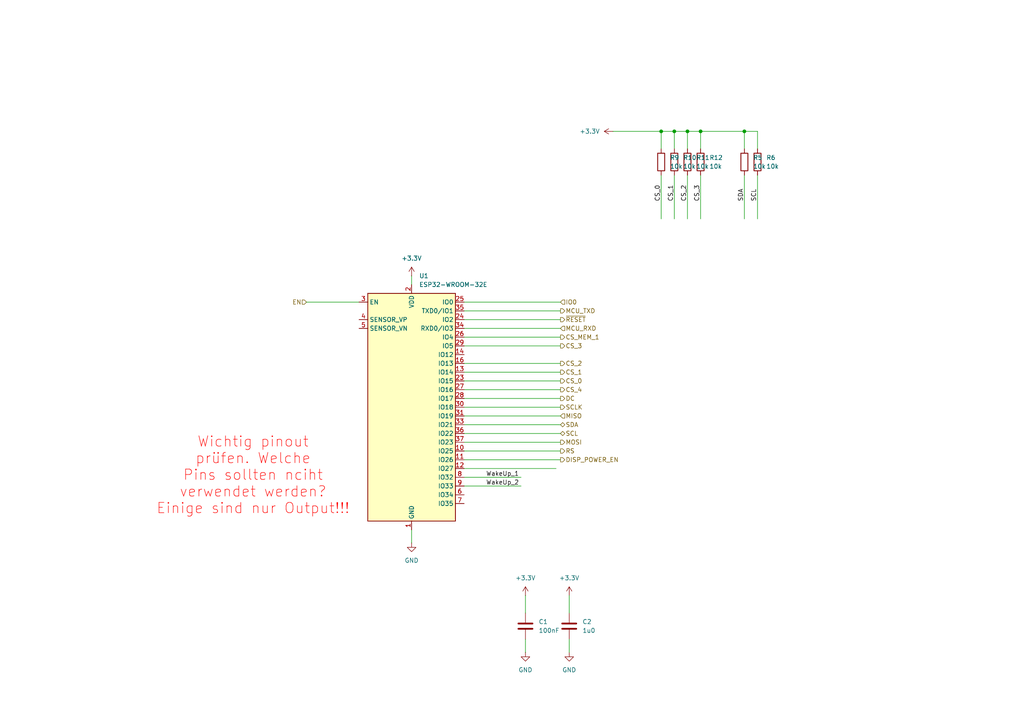
<source format=kicad_sch>
(kicad_sch (version 20231120) (generator "eeschema") (generator_version "8.0")
  (paper "A4")
  (lib_symbols
    (symbol "Device:C" (pin_numbers hide) (pin_names (offset 0.254))
      (property "Reference" "C" (at 0.635 2.54 0))
      (property "Value" "C" (at 0.635 -2.54 0))
      (symbol "C_0_1"
        (polyline (pts (xy -2.032 -0.762) (xy 2.032 -0.762)) (stroke (width 0.508)))
        (polyline (pts (xy -2.032 0.762) (xy 2.032 0.762)) (stroke (width 0.508)))
      )
      (symbol "C_1_1"
        (pin passive line (at 0 3.81 270) (length 2.794) (name "~") (number "1"))
        (pin passive line (at 0 -3.81 90) (length 2.794) (name "~") (number "2"))
      )
    )
    (symbol "Device:R" (pin_numbers hide) (pin_names (offset 0))
      (property "Reference" "R" (at 2.032 0 90))
      (property "Value" "R" (at 0 0 90))
      (symbol "R_0_1"
        (rectangle (start -1.016 -2.54) (end 1.016 2.54) (stroke (width 0.254)))
      )
      (symbol "R_1_1"
        (pin passive line (at 0 3.81 270) (length 1.27) (name "~") (number "1"))
        (pin passive line (at 0 -3.81 90) (length 1.27) (name "~") (number "2"))
      )
    )
    (symbol "RF_Module:ESP32-WROOM-32E"
      (property "Reference" "U" (at -12.7 34.29 0))
      (property "Value" "ESP32-WROOM-32E" (at 1.27 34.29 0))
      (symbol "ESP32-WROOM-32E_0_1"
        (rectangle (start -12.7 33.02) (end 12.7 -33.02) (stroke (width 0.254)) (fill (type background)))
      )
      (symbol "ESP32-WROOM-32E_1_1"
        (pin power_in line (at 0 -35.56 90) (length 2.54) (name "GND") (number "1"))
        (pin bidirectional line (at 15.24 -12.7 180) (length 2.54) (name "IO25") (number "10"))
        (pin bidirectional line (at 15.24 -15.24 180) (length 2.54) (name "IO26") (number "11"))
        (pin bidirectional line (at 15.24 -17.78 180) (length 2.54) (name "IO27") (number "12"))
        (pin bidirectional line (at 15.24 10.16 180) (length 2.54) (name "IO14") (number "13"))
        (pin bidirectional line (at 15.24 15.24 180) (length 2.54) (name "IO12") (number "14"))
        (pin passive line (at 0 -35.56 90) (length 2.54) hide (name "GND") (number "15"))
        (pin bidirectional line (at 15.24 12.7 180) (length 2.54) (name "IO13") (number "16"))
        (pin no_connect line (at -12.7 -5.08 0) (length 2.54) hide (name "NC") (number "17"))
        (pin no_connect line (at -12.7 -7.62 0) (length 2.54) hide (name "NC") (number "18"))
        (pin no_connect line (at -12.7 -12.7 0) (length 2.54) hide (name "NC") (number "19"))
        (pin power_in line (at 0 35.56 270) (length 2.54) (name "VDD") (number "2"))
        (pin no_connect line (at -12.7 -10.16 0) (length 2.54) hide (name "NC") (number "20"))
        (pin no_connect line (at -12.7 0 0) (length 2.54) hide (name "NC") (number "21"))
        (pin no_connect line (at -12.7 -2.54 0) (length 2.54) hide (name "NC") (number "22"))
        (pin bidirectional line (at 15.24 7.62 180) (length 2.54) (name "IO15") (number "23"))
        (pin bidirectional line (at 15.24 25.4 180) (length 2.54) (name "IO2") (number "24"))
        (pin bidirectional line (at 15.24 30.48 180) (length 2.54) (name "IO0") (number "25"))
        (pin bidirectional line (at 15.24 20.32 180) (length 2.54) (name "IO4") (number "26"))
        (pin bidirectional line (at 15.24 5.08 180) (length 2.54) (name "IO16") (number "27"))
        (pin bidirectional line (at 15.24 2.54 180) (length 2.54) (name "IO17") (number "28"))
        (pin bidirectional line (at 15.24 17.78 180) (length 2.54) (name "IO5") (number "29"))
        (pin input line (at -15.24 30.48 0) (length 2.54) (name "EN") (number "3"))
        (pin bidirectional line (at 15.24 0 180) (length 2.54) (name "IO18") (number "30"))
        (pin bidirectional line (at 15.24 -2.54 180) (length 2.54) (name "IO19") (number "31"))
        (pin no_connect line (at -12.7 -27.94 0) (length 2.54) hide (name "NC") (number "32"))
        (pin bidirectional line (at 15.24 -5.08 180) (length 2.54) (name "IO21") (number "33"))
        (pin bidirectional line (at 15.24 22.86 180) (length 2.54) (name "RXD0/IO3") (number "34"))
        (pin bidirectional line (at 15.24 27.94 180) (length 2.54) (name "TXD0/IO1") (number "35"))
        (pin bidirectional line (at 15.24 -7.62 180) (length 2.54) (name "IO22") (number "36"))
        (pin bidirectional line (at 15.24 -10.16 180) (length 2.54) (name "IO23") (number "37"))
        (pin passive line (at 0 -35.56 90) (length 2.54) hide (name "GND") (number "38"))
        (pin passive line (at 0 -35.56 90) (length 2.54) hide (name "GND") (number "39"))
        (pin input line (at -15.24 25.4 0) (length 2.54) (name "SENSOR_VP") (number "4"))
        (pin input line (at -15.24 22.86 0) (length 2.54) (name "SENSOR_VN") (number "5"))
        (pin input line (at 15.24 -25.4 180) (length 2.54) (name "IO34") (number "6"))
        (pin input line (at 15.24 -27.94 180) (length 2.54) (name "IO35") (number "7"))
        (pin bidirectional line (at 15.24 -20.32 180) (length 2.54) (name "IO32") (number "8"))
        (pin bidirectional line (at 15.24 -22.86 180) (length 2.54) (name "IO33") (number "9"))
      )
    )
    (symbol "power:+3.3V" (power) (pin_numbers hide) (pin_names (offset 0) hide)
      (property "Value" "+3.3V" (at 0 3.556 0))
      (symbol "+3.3V_0_1"
        (polyline (pts (xy -0.762 1.27) (xy 0 2.54)))
        (polyline (pts (xy 0 0) (xy 0 2.54)))
        (polyline (pts (xy 0 2.54) (xy 0.762 1.27)))
      )
      (symbol "+3.3V_1_1"
        (pin power_in line (at 0 0 90) (length 0) (name "~") (number "1"))
      )
    )
    (symbol "power:GND" (power) (pin_numbers hide) (pin_names (offset 0) hide)
      (property "Value" "GND" (at 0 -3.81 0))
      (symbol "GND_0_1"
        (polyline (pts (xy 0 0) (xy 0 -1.27) (xy 1.27 -1.27) (xy 0 -2.54) (xy -1.27 -1.27) (xy 0 -1.27)))
      )
      (symbol "GND_1_1"
        (pin power_in line (at 0 0 270) (length 0) (name "~") (number "1"))
      )
    )
  )
  (junction (at 203.2 38.1))
  (junction (at 191.77 38.1))
  (junction (at 195.58 38.1))
  (junction (at 199.39 38.1))
  (junction (at 215.9 38.1))
  (wire (pts (xy 195.58 50.8) (xy 195.58 63.5)))
  (wire (pts (xy 191.77 38.1) (xy 191.77 43.18)))
  (wire (pts (xy 152.4 185.42) (xy 152.4 189.23)))
  (wire (pts (xy 134.62 92.71) (xy 162.56 92.71)))
  (wire (pts (xy 134.62 123.19) (xy 162.56 123.19)))
  (wire (pts (xy 119.38 80.01) (xy 119.38 82.55)))
  (wire (pts (xy 134.62 135.89) (xy 161.29 135.89)))
  (wire (pts (xy 219.71 50.8) (xy 219.71 63.5)))
  (wire (pts (xy 199.39 38.1) (xy 199.39 43.18)))
  (wire (pts (xy 134.62 128.27) (xy 162.56 128.27)))
  (wire (pts (xy 134.62 140.97) (xy 151.13 140.97)))
  (wire (pts (xy 134.62 97.79) (xy 162.56 97.79)))
  (wire (pts (xy 199.39 38.1) (xy 203.2 38.1)))
  (wire (pts (xy 134.62 118.11) (xy 162.56 118.11)))
  (wire (pts (xy 177.8 38.1) (xy 191.77 38.1)))
  (wire (pts (xy 203.2 50.8) (xy 203.2 63.5)))
  (wire (pts (xy 134.62 90.17) (xy 162.56 90.17)))
  (wire (pts (xy 195.58 38.1) (xy 195.58 43.18)))
  (wire (pts (xy 134.62 95.25) (xy 162.56 95.25)))
  (wire (pts (xy 203.2 38.1) (xy 203.2 43.18)))
  (wire (pts (xy 203.2 38.1) (xy 215.9 38.1)))
  (wire (pts (xy 215.9 50.8) (xy 215.9 63.5)))
  (wire (pts (xy 165.1 185.42) (xy 165.1 189.23)))
  (wire (pts (xy 152.4 172.72) (xy 152.4 177.8)))
  (wire (pts (xy 88.9 87.63) (xy 104.14 87.63)))
  (wire (pts (xy 215.9 38.1) (xy 219.71 38.1)))
  (wire (pts (xy 134.62 105.41) (xy 162.56 105.41)))
  (wire (pts (xy 134.62 115.57) (xy 162.56 115.57)))
  (wire (pts (xy 119.38 157.48) (xy 119.38 153.67)))
  (wire (pts (xy 165.1 172.72) (xy 165.1 177.8)))
  (wire (pts (xy 134.62 130.81) (xy 162.56 130.81)))
  (wire (pts (xy 134.62 87.63) (xy 162.56 87.63)))
  (wire (pts (xy 134.62 120.65) (xy 162.56 120.65)))
  (wire (pts (xy 134.62 110.49) (xy 162.56 110.49)))
  (wire (pts (xy 199.39 50.8) (xy 199.39 63.5)))
  (wire (pts (xy 134.62 100.33) (xy 162.56 100.33)))
  (wire (pts (xy 195.58 38.1) (xy 199.39 38.1)))
  (wire (pts (xy 134.62 113.03) (xy 162.56 113.03)))
  (wire (pts (xy 215.9 38.1) (xy 215.9 43.18)))
  (wire (pts (xy 134.62 125.73) (xy 162.56 125.73)))
  (wire (pts (xy 134.62 138.43) (xy 151.13 138.43)))
  (wire (pts (xy 191.77 50.8) (xy 191.77 63.5)))
  (wire (pts (xy 134.62 107.95) (xy 162.56 107.95)))
  (wire (pts (xy 134.62 133.35) (xy 162.56 133.35)))
  (wire (pts (xy 191.77 38.1) (xy 195.58 38.1)))
  (wire (pts (xy 219.71 43.18) (xy 219.71 38.1)))
  (text "Wichtig pinout\nprüfen. Welche\nPins sollten nciht\nverwendet werden?\nEinige sind nur Output!!!" (at 73.406 137.922 0) (effects (font (size 3 3))))
  (label "CS_1" (at 195.58 58.42 90))
  (label "SDA" (at 215.9 58.42 90))
  (label "CS_2" (at 199.39 58.42 90))
  (label "WakeUp_2" (at 140.97 140.97 0))
  (label "CS_0" (at 191.77 58.42 90))
  (label "SCL" (at 219.71 58.42 90))
  (label "WakeUp_1" (at 140.97 138.43 0))
  (label "CS_3" (at 203.2 58.42 90))
  (hierarchical_label "SCLK" (shape output) (at 162.56 118.11 0))
  (hierarchical_label "MISO" (shape input) (at 162.56 120.65 0))
  (hierarchical_label "CS_MEM_1" (shape output) (at 162.56 97.79 0))
  (hierarchical_label "CS_3" (shape output) (at 162.56 100.33 0))
  (hierarchical_label "CS_4" (shape output) (at 162.56 113.03 0))
  (hierarchical_label "EN" (shape input) (at 88.9 87.63 180))
  (hierarchical_label "RS" (shape output) (at 162.56 130.81 0))
  (hierarchical_label "MCU_RXD" (shape input) (at 162.56 95.25 0))
  (hierarchical_label "CS_0" (shape output) (at 162.56 110.49 0))
  (hierarchical_label "IO0" (shape input) (at 162.56 87.63 0))
  (hierarchical_label "~{RESET}" (shape output) (at 162.56 92.71 0))
  (hierarchical_label "SCL" (shape bidirectional) (at 162.56 125.73 0))
  (hierarchical_label "MOSI" (shape output) (at 162.56 128.27 0))
  (hierarchical_label "DISP_POWER_EN" (shape output) (at 162.56 133.35 0))
  (hierarchical_label "DC" (shape output) (at 162.56 115.57 0))
  (hierarchical_label "MCU_TXD" (shape output) (at 162.56 90.17 0))
  (hierarchical_label "SDA" (shape bidirectional) (at 162.56 123.19 0))
  (hierarchical_label "CS_1" (shape output) (at 162.56 107.95 0))
  (hierarchical_label "CS_2" (shape output) (at 162.56 105.41 0))
  (symbol (lib_id "power:+3.3V") (at 177.8 38.1 90) (unit 1)
    (property "Reference" "#PWR044" (effects (hide yes)))
    (property "Value" "+3.3V" (at 173.99 38.0999 90) (effects (justify left)))
    (property "Description" "Power symbol creates a global label with name \"+3.3V\"" (effects (hide yes)))
  )
  (symbol (lib_id "Device:C") (at 152.4 181.61 0) (unit 1)
    (property "Reference" "C1" (at 156.21 180.3399 0) (effects (justify left)))
    (property "Value" "100nF" (at 156.21 182.8799 0) (effects (justify left)))
    (property "Footprint" "Capacitor_SMD:C_0603_1608Metric" (effects (hide yes)))
    (property "Description" "Unpolarized capacitor" (effects (hide yes)))
  )
  (symbol (lib_id "Device:C") (at 165.1 181.61 0) (unit 1)
    (property "Reference" "C2" (at 168.91 180.3399 0) (effects (justify left)))
    (property "Value" "1u0" (at 168.91 182.8799 0) (effects (justify left)))
    (property "Footprint" "Capacitor_SMD:C_0603_1608Metric" (effects (hide yes)))
    (property "Description" "Unpolarized capacitor" (effects (hide yes)))
  )
  (symbol (lib_id "Device:R") (at 195.58 46.99 0) (unit 1)
    (property "Reference" "R10" (at 198.12 45.7199 0) (effects (justify left)))
    (property "Value" "10k" (at 198.12 48.2599 0) (effects (justify left)))
    (property "Footprint" "Resistor_SMD:R_0603_1608Metric" (effects (hide yes)))
    (property "Description" "Resistor" (effects (hide yes)))
  )
  (symbol (lib_id "power:+3.3V") (at 119.38 80.01 0) (unit 1)
    (property "Reference" "#PWR019" (effects (hide yes)))
    (property "Value" "+3.3V" (at 119.38 74.93 0))
    (property "Description" "Power symbol creates a global label with name \"+3.3V\"" (effects (hide yes)))
  )
  (symbol (lib_id "power:GND") (at 165.1 189.23 0) (unit 1)
    (property "Reference" "#PWR022" (effects (hide yes)))
    (property "Value" "GND" (at 165.1 194.31 0))
    (property "Description" "Power symbol creates a global label with name \"GND\" , ground" (effects (hide yes)))
  )
  (symbol (lib_id "Device:R") (at 199.39 46.99 0) (unit 1)
    (property "Reference" "R11" (at 201.93 45.7199 0) (effects (justify left)))
    (property "Value" "10k" (at 201.93 48.2599 0) (effects (justify left)))
    (property "Footprint" "Resistor_SMD:R_0603_1608Metric" (effects (hide yes)))
    (property "Description" "Resistor" (effects (hide yes)))
  )
  (symbol (lib_id "Device:R") (at 191.77 46.99 0) (unit 1)
    (property "Reference" "R9" (at 194.31 45.7199 0) (effects (justify left)))
    (property "Value" "10k" (at 194.31 48.2599 0) (effects (justify left)))
    (property "Footprint" "Resistor_SMD:R_0603_1608Metric" (effects (hide yes)))
    (property "Description" "Resistor" (effects (hide yes)))
  )
  (symbol (lib_id "power:+3.3V") (at 152.4 172.72 0) (unit 1)
    (property "Reference" "#PWR020" (effects (hide yes)))
    (property "Value" "+3.3V" (at 152.4 167.64 0))
    (property "Description" "Power symbol creates a global label with name \"+3.3V\"" (effects (hide yes)))
  )
  (symbol (lib_id "Device:R") (at 219.71 46.99 0) (unit 1)
    (property "Reference" "R6" (at 222.25 45.7199 0) (effects (justify left)))
    (property "Value" "10k" (at 222.25 48.2599 0) (effects (justify left)))
    (property "Footprint" "Resistor_SMD:R_0603_1608Metric" (effects (hide yes)))
    (property "Description" "Resistor" (effects (hide yes)))
  )
  (symbol (lib_id "power:GND") (at 152.4 189.23 0) (unit 1)
    (property "Reference" "#PWR018" (effects (hide yes)))
    (property "Value" "GND" (at 152.4 194.31 0))
    (property "Description" "Power symbol creates a global label with name \"GND\" , ground" (effects (hide yes)))
  )
  (symbol (lib_id "power:+3.3V") (at 165.1 172.72 0) (unit 1)
    (property "Reference" "#PWR021" (effects (hide yes)))
    (property "Value" "+3.3V" (at 165.1 167.64 0))
    (property "Description" "Power symbol creates a global label with name \"+3.3V\"" (effects (hide yes)))
  )
  (symbol (lib_id "Device:R") (at 215.9 46.99 0) (unit 1)
    (property "Reference" "R5" (at 218.44 45.7199 0) (effects (justify left)))
    (property "Value" "10k" (at 218.44 48.2599 0) (effects (justify left)))
    (property "Footprint" "Resistor_SMD:R_0603_1608Metric" (effects (hide yes)))
    (property "Description" "Resistor" (effects (hide yes)))
  )
  (symbol (lib_id "RF_Module:ESP32-WROOM-32E") (at 119.38 118.11 0) (unit 1)
    (property "Reference" "U1" (at 121.5741 80.01 0) (effects (justify left)))
    (property "Value" "ESP32-WROOM-32E" (at 121.5741 82.55 0) (effects (justify left)))
    (property "Footprint" "RF_Module:ESP32-WROOM-32D" (effects (hide yes)))
    (property "Datasheet" "https://www.espressif.com/sites/default/files/documentation/esp32-wroom-32e_esp32-wroom-32ue_datasheet_en.pdf" (effects (hide yes)))
    (property "Description" "RF Module, ESP32-D0WD-V3 SoC, without PSRAM, Wi-Fi 802.11b/g/n, Bluetooth, BLE, 32-bit, 2.7-3.6V, onboard antenna, SMD" (effects (hide yes)))
  )
  (symbol (lib_id "power:GND") (at 119.38 157.48 0) (unit 1)
    (property "Reference" "#PWR05" (effects (hide yes)))
    (property "Value" "GND" (at 119.38 162.56 0))
    (property "Description" "Power symbol creates a global label with name \"GND\" , ground" (effects (hide yes)))
  )
  (symbol (lib_id "Device:R") (at 203.2 46.99 0) (unit 1)
    (property "Reference" "R12" (at 205.74 45.7199 0) (effects (justify left)))
    (property "Value" "10k" (at 205.74 48.2599 0) (effects (justify left)))
    (property "Footprint" "Resistor_SMD:R_0603_1608Metric" (effects (hide yes)))
    (property "Description" "Resistor" (effects (hide yes)))
  )
)
</source>
